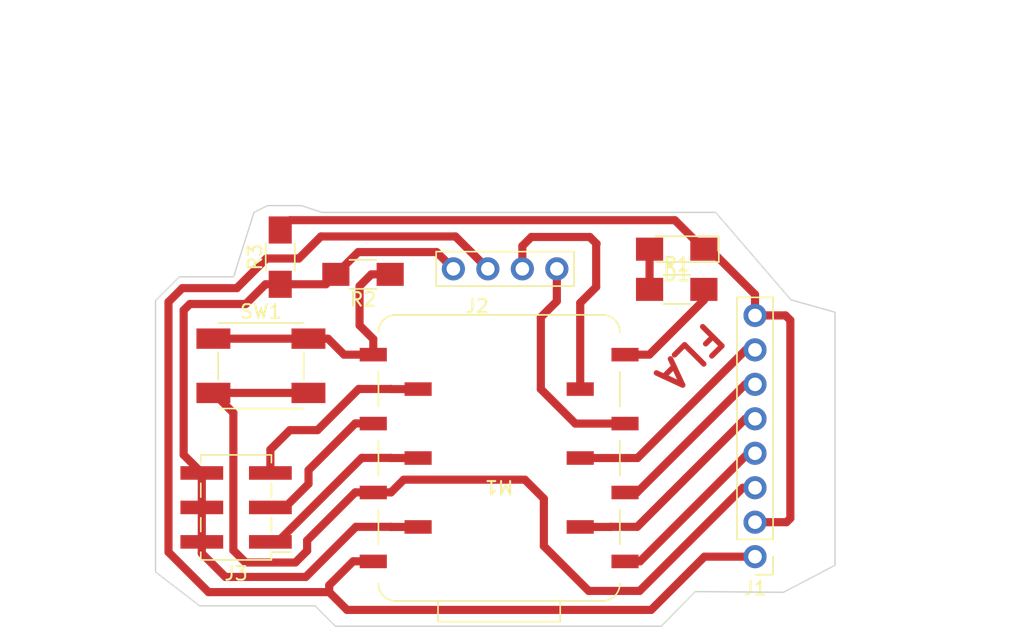
<source format=kicad_pcb>
(kicad_pcb (version 20221018) (generator pcbnew)
  (layers (0 "F.Cu" signal) (31 "B.Cu" signal) (34 "B.Paste" user) (35 "F.Paste" user) (36 "B.SilkS" user "B.Silkscreen") (37 "F.SilkS" user "F.Silkscreen") (38 "B.Mask" user) (39 "F.Mask" user) (44 "Edge.Cuts" user))
  (net 0 "")
  (net 1 "Net-(D1-A)")
  (net 2 "GND")
  (net 3 "+5V")
  (net 4 "+3V3")
  (net 5 "Net-(J1-Pin_4)")
  (net 6 "Net-(J1-Pin_5)")
  (net 7 "Net-(J1-Pin_6)")
  (net 8 "Net-(J1-Pin_7)")
  (net 9 "Net-(J2-Pin_1)")
  (net 10 "Net-(J2-Pin_2)")
  (net 11 "Net-(J3-Pin_1)")
  (net 12 "Net-(J3-Pin_3)")
  (net 13 "Net-(J3-Pin_5)")
  (net 14 "Net-(M1-D6)")
  (net 15 "Net-(M1-D7)")
  (footprint "fab:PinHeader_2x03_P2.54mm_Vertical_SMD" (layer "F.Cu") (at 128.806797 158.47 180)
    (fp_text reference "J3" (at 0 -4.87) (layer "F.SilkS"))
    (fp_text value "Conn_PinHeader_2x03_P2.54mm_Vertical_SMD")
    (fp_line (start -4.04 -3.3) (end -2.6 -3.3) (stroke (width 0.12)) (layer "F.SilkS"))
    (fp_line (start -2.6 -3.87) (end -2.6 -3.3) (stroke (width 0.12)) (layer "F.SilkS"))
    (fp_line (start -2.6 -3.87) (end 2.6 -3.87) (stroke (width 0.12)) (layer "F.SilkS"))
    (fp_line (start -2.6 -1.78) (end -2.6 -0.76) (stroke (width 0.12)) (layer "F.SilkS"))
    (fp_line (start -2.6 0.76) (end -2.6 1.78) (stroke (width 0.12)) (layer "F.SilkS"))
    (fp_line (start -2.6 3.3) (end -2.6 3.87) (stroke (width 0.12)) (layer "F.SilkS"))
    (fp_line (start -2.6 3.87) (end 2.6 3.87) (stroke (width 0.12)) (layer "F.SilkS"))
    (fp_line (start 2.6 -3.87) (end 2.6 -3.3) (stroke (width 0.12)) (layer "F.SilkS"))
    (fp_line (start 2.6 -1.78) (end 2.6 -0.76) (stroke (width 0.12)) (layer "F.SilkS"))
    (fp_line (start 2.6 0.76) (end 2.6 1.78) (stroke (width 0.12)) (layer "F.SilkS"))
    (fp_line (start 2.6 3.3) (end 2.6 3.87) (stroke (width 0.12)) (layer "F.SilkS"))
    (pad "1" smd rect (at -2.525 -2.54 180) (size 3.15 1) (layers "F.Cu" "F.Paste" "F.Mask") (net 11 "Net-(J3-Pin_1)"))
    (pad "2" smd rect (at 2.525 -2.54 180) (size 3.15 1) (layers "F.Cu" "F.Paste" "F.Mask") (net 2 "GND"))
    (pad "3" smd rect (at -2.525 0 180) (size 3.15 1) (layers "F.Cu" "F.Paste" "F.Mask") (net 12 "Net-(J3-Pin_3)"))
    (pad "4" smd rect (at 2.525 0 180) (size 3.15 1) (layers "F.Cu" "F.Paste" "F.Mask") (net 2 "GND"))
    (pad "5" smd rect (at -2.525 2.54 180) (size 3.15 1) (layers "F.Cu" "F.Paste" "F.Mask") (net 13 "Net-(J3-Pin_5)"))
    (pad "6" smd rect (at 2.525 2.54 180) (size 3.15 1) (layers "F.Cu" "F.Paste" "F.Mask") (net 2 "GND"))
  )
  (footprint "fab:R_1206" (layer "F.Cu") (at 161.257201 142.4)
    (fp_text reference "R1" (at 0 -1.85) (layer "F.SilkS"))
    (fp_text value "49.9")
    (fp_line (start -1 -1.07) (end 1 -1.07) (stroke (width 0.12)) (layer "F.SilkS"))
    (fp_line (start 1 1.07) (end -1 1.07) (stroke (width 0.12)) (layer "F.SilkS"))
    (pad "1" smd rect (at -2 0) (size 2 1.7) (layers "F.Cu" "F.Paste" "F.Mask") (net 1 "Net-(D1-A)"))
    (pad "2" smd rect (at 2 0) (size 2 1.7) (layers "F.Cu" "F.Paste" "F.Mask") (net 14 "Net-(M1-D6)"))
  )
  (footprint "fab:PinHeader_1x04_P2.54mm_Vertical_THT_D1mm" (layer "F.Cu") (at 152.428798 140.886001 -90)
    (fp_text reference "J2" (at 2.75 5.876) (layer "F.SilkS"))
    (fp_text value "Conn_PinHeader_1x04_P2.54mm_Vertical_THT_D1mm")
    (fp_line (start -1.27 -1.27) (end -1.27 8.89) (stroke (width 0.12)) (layer "F.SilkS"))
    (fp_line (start -1.27 -1.27) (end 1.27 -1.27) (stroke (width 0.12)) (layer "F.SilkS"))
    (fp_line (start -1.27 8.89) (end 1.27 8.89) (stroke (width 0.12)) (layer "F.SilkS"))
    (fp_line (start 1.27 -1.27) (end 1.27 8.89) (stroke (width 0.12)) (layer "F.SilkS"))
    (pad "1" thru_hole oval (at 0 0 270) (size 1.7 1.7) (drill 1) (layers "*.Cu" "*.Mask") (net 9 "Net-(J2-Pin_1)"))
    (pad "2" thru_hole oval (at 0 2.54 270) (size 1.7 1.7) (drill 1) (layers "*.Cu" "*.Mask") (net 10 "Net-(J2-Pin_2)"))
    (pad "3" thru_hole oval (at 0 5.08 270) (size 1.7 1.7) (drill 1) (layers "*.Cu" "*.Mask") (net 3 "+5V"))
    (pad "4" thru_hole oval (at 0 7.62 270) (size 1.7 1.7) (drill 1) (layers "*.Cu" "*.Mask") (net 2 "GND"))
  )
  (footprint "fab:Button_Omron_B3SN_6.0x6.0mm" (layer "F.Cu") (at 130.635599 148.03)
    (fp_text reference "SW1" (at 0 -4) (layer "F.SilkS"))
    (fp_text value "BUTTON_B3SN")
    (fp_line (start -3.15 -3.15) (end 3.15 -3.15) (stroke (width 0.12)) (layer "F.SilkS"))
    (fp_line (start -3.15 1) (end -3.15 -1) (stroke (width 0.12)) (layer "F.SilkS"))
    (fp_line (start 3.15 -1) (end 3.15 1) (stroke (width 0.12)) (layer "F.SilkS"))
    (fp_line (start 3.15 3.15) (end -3.15 3.15) (stroke (width 0.12)) (layer "F.SilkS"))
    (pad "1" smd rect (at -3.5 -2) (size 2.5 1.5) (layers "F.Cu" "F.Paste" "F.Mask") (net 15 "Net-(M1-D7)"))
    (pad "1" smd rect (at 3.5 -2) (size 2.5 1.5) (layers "F.Cu" "F.Paste" "F.Mask") (net 15 "Net-(M1-D7)"))
    (pad "2" smd rect (at -3.5 2) (size 2.5 1.5) (layers "F.Cu" "F.Paste" "F.Mask") (net 4 "+3V3"))
    (pad "2" smd rect (at 3.5 2) (size 2.5 1.5) (layers "F.Cu" "F.Paste" "F.Mask") (net 4 "+3V3"))
  )
  (footprint "fab:R_1206" (layer "F.Cu") (at 132.058 140.022404 90)
    (fp_text reference "R3" (at 0 -1.85 90) (layer "F.SilkS"))
    (fp_text value "R0")
    (fp_line (start -1 -1.07) (end 1 -1.07) (stroke (width 0.12)) (layer "F.SilkS"))
    (fp_line (start 1 1.07) (end -1 1.07) (stroke (width 0.12)) (layer "F.SilkS"))
    (pad "1" smd rect (at -2 0 90) (size 2 1.7) (layers "F.Cu" "F.Paste" "F.Mask") (net 2 "GND"))
    (pad "2" smd rect (at 2 0 90) (size 2 1.7) (layers "F.Cu" "F.Paste" "F.Mask") (net 2 "GND"))
  )
  (footprint "fab:SeeedStudio_XIAO_SocketSMD" (layer "F.Cu") (at 148.18 154.83 180)
    (fp_text reference "M1" (at 0.0025 -2.149 180 unlocked) (layer "F.SilkS"))
    (fp_text value "Module_XIAO-RP2040_SocketSMD")
    (fp_line (start -8.89 -6.35) (end -8.89 -3.81) (stroke (width 0.12)) (layer "F.SilkS"))
    (fp_line (start -8.89 -1.27) (end -8.89 1.27) (stroke (width 0.12)) (layer "F.SilkS"))
    (fp_line (start -8.89 3.81) (end -8.89 6.35) (stroke (width 0.12)) (layer "F.SilkS"))
    (fp_line (start -7.6175 -10.531) (end 7.6225 -10.531) (stroke (width 0.12)) (layer "F.SilkS"))
    (fp_line (start 7.6225 10.551) (end -7.6175 10.551) (stroke (width 0.12)) (layer "F.SilkS"))
    (fp_line (start 8.89 -6.35) (end 8.89 -3.81) (stroke (width 0.12)) (layer "F.SilkS"))
    (fp_line (start 8.89 -1.27) (end 8.89 1.27) (stroke (width 0.12)) (layer "F.SilkS"))
    (fp_line (start 8.89 3.81) (end 8.89 6.35) (stroke (width 0.12)) (layer "F.SilkS"))
    (fp_rect (start -4.4975 -10.531) (end 4.5025 -12.055) (stroke (width 0.12)) (fill none) (layer "F.SilkS"))
    (fp_arc (start -8.8875 -9.261) (mid -8.515526 -10.159026) (end -7.6175 -10.531) (stroke (width 0.12)) (layer "F.SilkS"))
    (fp_arc (start -7.6175 10.551) (mid -8.515526 10.179026) (end -8.8875 9.281) (stroke (width 0.12)) (layer "F.SilkS"))
    (fp_arc (start 7.6225 -10.531) (mid 8.520526 -10.159026) (end 8.8925 -9.261) (stroke (width 0.12)) (layer "F.SilkS"))
    (fp_arc (start 8.8925 9.281) (mid 8.520526 10.179026) (end 7.6225 10.551) (stroke (width 0.12)) (layer "F.SilkS"))
    (pad "1" smd rect (at -9.27 -7.62 180) (size 2 1) (layers "F.Cu" "F.Paste" "F.Mask") (net 5 "Net-(J1-Pin_4)"))
    (pad "2" smd rect (at -5.97 -5.08 180) (size 2 1) (layers "F.Cu" "F.Paste" "F.Mask") (net 6 "Net-(J1-Pin_5)"))
    (pad "3" smd rect (at -9.27 -2.54 180) (size 2 1) (layers "F.Cu" "F.Paste" "F.Mask") (net 7 "Net-(J1-Pin_6)"))
    (pad "4" smd rect (at -5.97 0 180) (size 2 1) (layers "F.Cu" "F.Paste" "F.Mask") (net 8 "Net-(J1-Pin_7)"))
    (pad "5" smd rect (at -9.27 2.54 180) (size 2 1) (layers "F.Cu" "F.Paste" "F.Mask") (net 9 "Net-(J2-Pin_1)"))
    (pad "6" smd rect (at -5.97 5.08 180) (size 2 1) (layers "F.Cu" "F.Paste" "F.Mask") (net 10 "Net-(J2-Pin_2)"))
    (pad "7" smd rect (at -9.27 7.62 180) (size 2 1) (layers "F.Cu" "F.Paste" "F.Mask") (net 14 "Net-(M1-D6)"))
    (pad "8" smd rect (at 9.27 7.62 180) (size 2 1) (layers "F.Cu" "F.Paste" "F.Mask") (net 15 "Net-(M1-D7)"))
    (pad "9" smd rect (at 5.97 5.08 180) (size 2 1) (layers "F.Cu" "F.Paste" "F.Mask") (net 13 "Net-(J3-Pin_5)"))
    (pad "10" smd rect (at 9.27 2.54 180) (size 2 1) (layers "F.Cu" "F.Paste" "F.Mask") (net 12 "Net-(J3-Pin_3)"))
    (pad "11" smd rect (at 5.97 0 180) (size 2 1) (layers "F.Cu" "F.Paste" "F.Mask") (net 11 "Net-(J3-Pin_1)"))
    (pad "12" smd rect (at 9.27 -2.54 180) (size 2 1) (layers "F.Cu" "F.Paste" "F.Mask") (net 4 "+3V3"))
    (pad "13" smd rect (at 5.97 -5.08 180) (size 2 1) (layers "F.Cu" "F.Paste" "F.Mask") (net 2 "GND"))
    (pad "14" smd rect (at 9.27 -7.62 180) (size 2 1) (layers "F.Cu" "F.Paste" "F.Mask") (net 3 "+5V"))
  )
  (footprint "fab:PinHeader_1x08_P2.54mm_Vertical_THT_D1mm" (layer "F.Cu") (at 167.023998 162.099002 180)
    (fp_text reference "J1" (at 0 -2.33) (layer "F.SilkS"))
    (fp_text value "Conn_PinHeader_1x08_P2.54mm_Vertical_THT_D1mm")
    (fp_line (start -1.33 -1.33) (end 0 -1.33) (stroke (width 0.12)) (layer "F.SilkS"))
    (fp_line (start -1.33 0) (end -1.33 -1.33) (stroke (width 0.12)) (layer "F.SilkS"))
    (fp_line (start -1.33 1.27) (end -1.33 19.11) (stroke (width 0.12)) (layer "F.SilkS"))
    (fp_line (start -1.33 1.27) (end 1.33 1.27) (stroke (width 0.12)) (layer "F.SilkS"))
    (fp_line (start -1.33 19.11) (end 1.33 19.11) (stroke (width 0.12)) (layer "F.SilkS"))
    (fp_line (start 1.33 1.27) (end 1.33 19.11) (stroke (width 0.12)) (layer "F.SilkS"))
    (pad "1" thru_hole circle (at 0 0 180) (size 1.7 1.7) (drill 1) (layers "*.Cu" "*.Mask") (net 3 "+5V"))
    (pad "2" thru_hole oval (at 0 2.54 180) (size 1.7 1.7) (drill 1) (layers "*.Cu" "*.Mask") (net 2 "GND"))
    (pad "3" thru_hole oval (at 0 5.08 180) (size 1.7 1.7) (drill 1) (layers "*.Cu" "*.Mask") (net 4 "+3V3"))
    (pad "4" thru_hole oval (at 0 7.62 180) (size 1.7 1.7) (drill 1) (layers "*.Cu" "*.Mask") (net 5 "Net-(J1-Pin_4)"))
    (pad "5" thru_hole oval (at 0 10.16 180) (size 1.7 1.7) (drill 1) (layers "*.Cu" "*.Mask") (net 6 "Net-(J1-Pin_5)"))
    (pad "6" thru_hole oval (at 0 12.7 180) (size 1.7 1.7) (drill 1) (layers "*.Cu" "*.Mask") (net 7 "Net-(J1-Pin_6)"))
    (pad "7" thru_hole oval (at 0 15.24 180) (size 1.7 1.7) (drill 1) (layers "*.Cu" "*.Mask") (net 8 "Net-(J1-Pin_7)"))
    (pad "8" thru_hole oval (at 0 17.78 180) (size 1.7 1.7) (drill 1) (layers "*.Cu" "*.Mask") (net 2 "GND"))
  )
  (footprint "fab:R_1206" (layer "F.Cu") (at 138.153998 141.292401 180)
    (fp_text reference "R2" (at 0 -1.85) (layer "F.SilkS"))
    (fp_text value "R499")
    (fp_line (start -1 -1.07) (end 1 -1.07) (stroke (width 0.12)) (layer "F.SilkS"))
    (fp_line (start 1 1.07) (end -1 1.07) (stroke (width 0.12)) (layer "F.SilkS"))
    (pad "1" smd rect (at -2 0 180) (size 2 1.7) (layers "F.Cu" "F.Paste" "F.Mask") (net 15 "Net-(M1-D7)"))
    (pad "2" smd rect (at 2 0 180) (size 2 1.7) (layers "F.Cu" "F.Paste" "F.Mask") (net 2 "GND"))
  )
  (footprint "fab:LED_1206" (layer "F.Cu") (at 161.257201 139.434801 180)
    (fp_text reference "D1" (at 0 -1.85) (layer "F.SilkS"))
    (fp_text value "LED")
    (fp_line (start -3.1 -0.95) (end -3.1 0.95) (stroke (width 0.12)) (layer "F.SilkS"))
    (fp_line (start -3.1 -0.95) (end 1.6 -0.95) (stroke (width 0.12)) (layer "F.SilkS"))
    (fp_line (start -3.1 0.95) (end 1.6 0.95) (stroke (width 0.12)) (layer "F.SilkS"))
    (pad "1" smd rect (at -2 0 180) (size 2 1.7) (layers "F.Cu" "F.Paste" "F.Mask") (net 2 "GND"))
    (pad "2" smd rect (at 2 0 180) (size 2 1.7) (layers "F.Cu" "F.Paste" "F.Mask") (net 1 "Net-(D1-A)"))
  )
  (gr_poly (pts (xy 134.623998 165.724001) (xy 126.123999 165.724001) (xy 122.873999 163.224) (xy 122.874001 143.224001) (xy 124.623999 141.474003) (xy 128.623999 141.474002) (xy 130.123997 136.724) (xy 131.123999 136.224001) (xy 133.623999 136.224001) (xy 135.123997 136.724) (xy 164.124 136.724004) (xy 169.673999 143.174003) (xy 172.915999 144.080504) (xy 172.915999 162.730503) (xy 169.123998 164.724002) (xy 162.623997 164.674) (xy 160.123997 167.224001) (xy 136.124 167.224)) (stroke (width 0.1)) (fill none) (layer "Edge.Cuts"))
  (gr_text "FLA" (at 162.215999 147.380503 -135) (layer "F.Cu") (effects (font (size 2 2.2) (thickness 0.4))))
  (segment (start 159.257201 139.434801) (end 159.257201 142.4) (width 0.6) (layer "F.Cu") (net 1))
  (segment (start 144.808797 140.886001) (end 143.572796 139.65) (width 0.6) (layer "F.Cu") (net 2))
  (segment (start 125.403199 143.476802) (end 124.945998 143.934) (width 0.6) (layer "F.Cu") (net 2))
  (segment (start 140.2255 159.91) (end 142.21 159.91) (width 0.6) (layer "F.Cu") (net 2))
  (segment (start 140.216 159.9005) (end 140.2255 159.91) (width 0.6) (layer "F.Cu") (net 2))
  (segment (start 136.153998 141.292401) (end 137.796399 139.65) (width 0.6) (layer "F.Cu") (net 2))
  (segment (start 124.945998 143.934) (end 124.945998 154.594201) (width 0.6) (layer "F.Cu") (net 2))
  (segment (start 163.684799 139.434801) (end 167.023999 142.774004) (width 0.6) (layer "F.Cu") (net 2))
  (segment (start 167.023999 142.774004) (end 167.023999 144.319004) (width 0.6) (layer "F.Cu") (net 2))
  (segment (start 137.630698 159.9005) (end 140.216 159.9005) (width 0.6) (layer "F.Cu") (net 2))
  (segment (start 128.0204 163.5936) (end 133.937598 163.5936) (width 0.6) (layer "F.Cu") (net 2))
  (segment (start 161.122395 137.3) (end 163.257197 139.434802) (width 0.6) (layer "F.Cu") (net 2))
  (segment (start 169.623998 144.674001) (end 169.623998 159.274001) (width 0.6) (layer "F.Cu") (net 2))
  (segment (start 167.023999 144.319004) (end 169.268997 144.319) (width 0.6) (layer "F.Cu") (net 2))
  (segment (start 163.257197 139.434802) (end 163.684799 139.434801) (width 0.6) (layer "F.Cu") (net 2))
  (segment (start 133.937598 163.5936) (end 137.630698 159.9005) (width 0.6) (layer "F.Cu") (net 2))
  (segment (start 169.268997 144.319) (end 169.623998 144.674001) (width 0.6) (layer "F.Cu") (net 2))
  (segment (start 126.2818 161.855003) (end 128.0204 163.5936) (width 0.6) (layer "F.Cu") (net 2))
  (segment (start 130.972397 142.0224) (end 132.057996 142.0224) (width 0.6) (layer "F.Cu") (net 2))
  (segment (start 129.517999 143.476802) (end 125.403199 143.476802) (width 0.6) (layer "F.Cu") (net 2))
  (segment (start 132.780404 137.3) (end 161.122395 137.3) (width 0.6) (layer "F.Cu") (net 2))
  (segment (start 130.972397 142.0224) (end 129.517999 143.476802) (width 0.6) (layer "F.Cu") (net 2))
  (segment (start 124.945998 154.594201) (end 126.281799 155.93) (width 0.6) (layer "F.Cu") (net 2))
  (segment (start 169.338998 159.559) (end 167.023999 159.559) (width 0.6) (layer "F.Cu") (net 2))
  (segment (start 169.623998 159.274001) (end 169.338998 159.559) (width 0.6) (layer "F.Cu") (net 2))
  (segment (start 126.281799 155.93) (end 126.2818 161.855003) (width 0.6) (layer "F.Cu") (net 2))
  (segment (start 143.572796 139.65) (end 137.796399 139.65) (width 0.6) (layer "F.Cu") (net 2))
  (segment (start 135.423995 142.022404) (end 136.153998 141.292401) (width 0.6) (layer "F.Cu") (net 2))
  (segment (start 132.058 142.022404) (end 135.423995 142.022404) (width 0.6) (layer "F.Cu") (net 2))
  (segment (start 132.057996 142.0224) (end 132.058 142.022404) (width 0.6) (layer "F.Cu") (net 2))
  (segment (start 132.058 138.022404) (end 132.780404 137.3) (width 0.6) (layer "F.Cu") (net 2))
  (segment (start 124.844397 142.3084) (end 128.857598 142.308401) (width 0.6) (layer "F.Cu") (net 3))
  (segment (start 163.298998 162.099) (end 159.373998 166.024002) (width 0.6) (layer "F.Cu") (net 3))
  (segment (start 131.041998 140.124) (end 133.429599 140.124001) (width 0.6) (layer "F.Cu") (net 3))
  (segment (start 138.900499 162.440499) (end 138.91 162.45) (width 0.6) (layer "F.Cu") (net 3))
  (segment (start 136.977598 166.024002) (end 135.664799 164.711199) (width 0.6) (layer "F.Cu") (net 3))
  (segment (start 123.828397 143.3244) (end 124.844397 142.3084) (width 0.6) (layer "F.Cu") (net 3))
  (segment (start 135.664799 164.711199) (end 126.774798 164.711199) (width 0.6) (layer "F.Cu") (net 3))
  (segment (start 167.023998 162.099002) (end 163.298998 162.099) (width 0.6) (layer "F.Cu") (net 3))
  (segment (start 128.857598 142.308401) (end 131.041998 140.124) (width 0.6) (layer "F.Cu") (net 3))
  (segment (start 137.427496 162.440499) (end 135.664799 164.203203) (width 0.6) (layer "F.Cu") (net 3))
  (segment (start 135.664799 164.203203) (end 135.664799 164.711199) (width 0.6) (layer "F.Cu") (net 3))
  (segment (start 135.0536 138.5) (end 144.962794 138.5) (width 0.6) (layer "F.Cu") (net 3))
  (segment (start 126.774798 164.711199) (end 123.828398 161.764799) (width 0.6) (layer "F.Cu") (net 3))
  (segment (start 133.429599 140.124001) (end 135.0536 138.5) (width 0.6) (layer "F.Cu") (net 3))
  (segment (start 159.373998 166.024002) (end 136.977598 166.024002) (width 0.6) (layer "F.Cu") (net 3))
  (segment (start 137.427496 162.440499) (end 138.900499 162.440499) (width 0.6) (layer "F.Cu") (net 3))
  (segment (start 144.962794 138.5) (end 147.348796 140.886002) (width 0.6) (layer "F.Cu") (net 3))
  (segment (start 123.828398 161.764799) (end 123.828397 143.3244) (width 0.6) (layer "F.Cu") (net 3))
  (segment (start 166.129 157.019003) (end 167.023999 157.019001) (width 0.6) (layer "F.Cu") (net 4))
  (segment (start 127.135598 150.03) (end 134.1356 150.03) (width 0.6) (layer "F.Cu") (net 4))
  (segment (start 150.073998 156.424002) (end 151.473998 157.824002) (width 0.6) (layer "F.Cu") (net 4))
  (segment (start 158.523999 164.624004) (end 166.129 157.019003) (width 0.6) (layer "F.Cu") (net 4))
  (segment (start 154.774 164.624003) (end 158.523999 164.624004) (width 0.6) (layer "F.Cu") (net 4))
  (segment (start 134.039198 161.663199) (end 133.172401 162.530001) (width 0.6) (layer "F.Cu") (net 4))
  (segment (start 137.579898 157.360501) (end 134.039198 160.901201) (width 0.6) (layer "F.Cu") (net 4))
  (segment (start 137.579898 157.360501) (end 138.900501 157.360501) (width 0.6) (layer "F.Cu") (net 4))
  (segment (start 138.91 157.37) (end 138.919499 157.360501) (width 0.6) (layer "F.Cu") (net 4))
  (segment (start 138.919499 157.360501) (end 140.215997 157.360501) (width 0.6) (layer "F.Cu") (net 4))
  (segment (start 129.506799 162.530001) (end 128.606798 161.629999) (width 0.6) (layer "F.Cu") (net 4))
  (segment (start 151.473998 161.324001) (end 154.774 164.624003) (width 0.6) (layer "F.Cu") (net 4))
  (segment (start 151.473998 157.824002) (end 151.473998 161.324001) (width 0.6) (layer "F.Cu") (net 4))
  (segment (start 128.606798 151.5012) (end 127.135598 150.03) (width 0.6) (layer "F.Cu") (net 4))
  (segment (start 141.152497 156.424001) (end 150.073998 156.424002) (width 0.6) (layer "F.Cu") (net 4))
  (segment (start 140.215997 157.360501) (end 141.152497 156.424001) (width 0.6) (layer "F.Cu") (net 4))
  (segment (start 133.172401 162.530001) (end 129.506799 162.530001) (width 0.6) (layer "F.Cu") (net 4))
  (segment (start 138.900501 157.360501) (end 138.91 157.37) (width 0.6) (layer "F.Cu") (net 4))
  (segment (start 128.606798 161.629999) (end 128.606798 151.5012) (width 0.6) (layer "F.Cu") (net 4))
  (segment (start 134.039198 160.901201) (end 134.039198 161.663199) (width 0.6) (layer "F.Cu") (net 4))
  (segment (start 158.5575 162.440501) (end 157.459499 162.440501) (width 0.6) (layer "F.Cu") (net 5))
  (segment (start 158.5575 162.440501) (end 166.519001 154.479002) (width 0.6) (layer "F.Cu") (net 5))
  (segment (start 157.459499 162.440501) (end 157.45 162.45) (width 0.6) (layer "F.Cu") (net 5))
  (segment (start 166.519001 154.479002) (end 167.023999 154.478999) (width 0.6) (layer "F.Cu") (net 5))
  (segment (start 156.380999 159.9005) (end 158.347499 159.9005) (width 0.6) (layer "F.Cu") (net 6))
  (segment (start 166.308999 151.939001) (end 167.023998 151.939002) (width 0.6) (layer "F.Cu") (net 6))
  (segment (start 156.371499 159.91) (end 154.15 159.91) (width 0.6) (layer "F.Cu") (net 6))
  (segment (start 156.380999 159.9005) (end 156.371499 159.91) (width 0.6) (layer "F.Cu") (net 6))
  (segment (start 158.347499 159.9005) (end 166.308999 151.939001) (width 0.6) (layer "F.Cu") (net 6))
  (segment (start 158.33 157.37) (end 157.45 157.37) (width 0.6) (layer "F.Cu") (net 7))
  (segment (start 166.348999 149.399003) (end 167.023999 149.398999) (width 0.6) (layer "F.Cu") (net 7))
  (segment (start 166.300998 149.399002) (end 158.33 157.37) (width 0.6) (layer "F.Cu") (net 7))
  (segment (start 167.023998 149.399002) (end 166.300998 149.399002) (width 0.6) (layer "F.Cu") (net 7))
  (segment (start 166.339 146.859003) (end 167.023998 146.859001) (width 0.6) (layer "F.Cu") (net 8))
  (segment (start 158.367998 154.83) (end 166.339 146.859003) (width 0.6) (layer "F.Cu") (net 8))
  (segment (start 154.15 154.83) (end 158.367998 154.83) (width 0.6) (layer "F.Cu") (net 8))
  (segment (start 151.25 144.45) (end 151.25 149.75) (width 0.6) (layer "F.Cu") (net 9))
  (segment (start 151.25 149.75) (end 153.79 152.29) (width 0.6) (layer "F.Cu") (net 9))
  (segment (start 152.428798 140.886001) (end 152.428798 143.271202) (width 0.6) (layer "F.Cu") (net 9))
  (segment (start 153.79 152.29) (end 157.45 152.29) (width 0.6) (layer "F.Cu") (net 9))
  (segment (start 152.428798 143.271202) (end 151.25 144.45) (width 0.6) (layer "F.Cu") (net 9))
  (segment (start 155.352797 139.036001) (end 154.852798 138.536002) (width 0.6) (layer "F.Cu") (net 10))
  (segment (start 154.852798 138.536002) (end 150.552798 138.536002) (width 0.6) (layer "F.Cu") (net 10))
  (segment (start 149.8888 139.2) (end 149.8888 140.886003) (width 0.6) (layer "F.Cu") (net 10))
  (segment (start 150.552798 138.536002) (end 149.8888 139.2) (width 0.6) (layer "F.Cu") (net 10))
  (segment (start 154.15 143.397996) (end 155.323996 142.224) (width 0.6) (layer "F.Cu") (net 10))
  (segment (start 155.323997 139.064802) (end 155.352797 139.036001) (width 0.6) (layer "F.Cu") (net 10))
  (segment (start 155.323996 142.224) (end 155.323997 139.064802) (width 0.6) (layer "F.Cu") (net 10))
  (segment (start 154.15 149.75) (end 154.15 143.397996) (width 0.6) (layer "F.Cu") (net 10))
  (segment (start 140.216 154.8205) (end 140.2255 154.83) (width 0.6) (layer "F.Cu") (net 11))
  (segment (start 140.2255 154.83) (end 142.21 154.83) (width 0.6) (layer "F.Cu") (net 11))
  (segment (start 131.865822 161.01) (end 138.055319 154.820501) (width 0.6) (layer "F.Cu") (net 11))
  (segment (start 131.331798 161.01) (end 131.865822 161.01) (width 0.6) (layer "F.Cu") (net 11))
  (segment (start 138.055319 154.820501) (end 140.216 154.8205) (width 0.6) (layer "F.Cu") (net 11))
  (segment (start 132.406398 158.470001) (end 131.331798 158.470001) (width 0.6) (layer "F.Cu") (net 12))
  (segment (start 134.140798 156.735601) (end 132.406398 158.470001) (width 0.6) (layer "F.Cu") (net 12))
  (segment (start 134.140798 155.7196) (end 134.140798 156.735601) (width 0.6) (layer "F.Cu") (net 12))
  (segment (start 137.579898 152.280501) (end 134.140798 155.7196) (width 0.6) (layer "F.Cu") (net 12))
  (segment (start 138.900501 152.280501) (end 138.91 152.29) (width 0.6) (layer "F.Cu") (net 12))
  (segment (start 137.579898 152.280501) (end 138.900501 152.280501) (width 0.6) (layer "F.Cu") (net 12))
  (segment (start 140.215997 149.740501) (end 137.833898 149.740499) (width 0.6) (layer "F.Cu") (net 13))
  (segment (start 131.331798 154.210599) (end 131.3318 155.93) (width 0.6) (layer "F.Cu") (net 13))
  (segment (start 134.801198 152.773202) (end 132.769198 152.773202) (width 0.6) (layer "F.Cu") (net 13))
  (segment (start 140.215997 149.740501) (end 140.225496 149.75) (width 0.6) (layer "F.Cu") (net 13))
  (segment (start 140.225496 149.75) (end 142.21 149.75) (width 0.6) (layer "F.Cu") (net 13))
  (segment (start 137.833898 149.740499) (end 134.801198 152.773202) (width 0.6) (layer "F.Cu") (net 13))
  (segment (start 132.769198 152.773202) (end 131.331798 154.210599) (width 0.6) (layer "F.Cu") (net 13))
  (segment (start 157.45 147.21) (end 159.24 147.21) (width 0.6) (layer "F.Cu") (net 14))
  (segment (start 163.257201 143.192799) (end 163.257201 142.4) (width 0.6) (layer "F.Cu") (net 14))
  (segment (start 159.24 147.21) (end 163.257201 143.192799) (width 0.6) (layer "F.Cu") (net 14))
  (segment (start 135.576398 146.030002) (end 136.756396 147.21) (width 0.6) (layer "F.Cu") (net 15))
  (segment (start 138.91 146.06) (end 138.91 147.21) (width 0.6) (layer "F.Cu") (net 15))
  (segment (start 138.763599 141.292401) (end 137.9 142.155999) (width 0.6) (layer "F.Cu") (net 15))
  (segment (start 136.756396 147.21) (end 138.91 147.21) (width 0.6) (layer "F.Cu") (net 15))
  (segment (start 140.153998 141.292402) (end 138.763599 141.292401) (width 0.6) (layer "F.Cu") (net 15))
  (segment (start 137.9 145.05) (end 138.91 146.06) (width 0.6) (layer "F.Cu") (net 15))
  (segment (start 127.135599 146.030004) (end 135.576398 146.030002) (width 0.6) (layer "F.Cu") (net 15))
  (segment (start 137.9 142.155999) (end 137.9 145.05) (width 0.6) (layer "F.Cu") (net 15))
)
</source>
